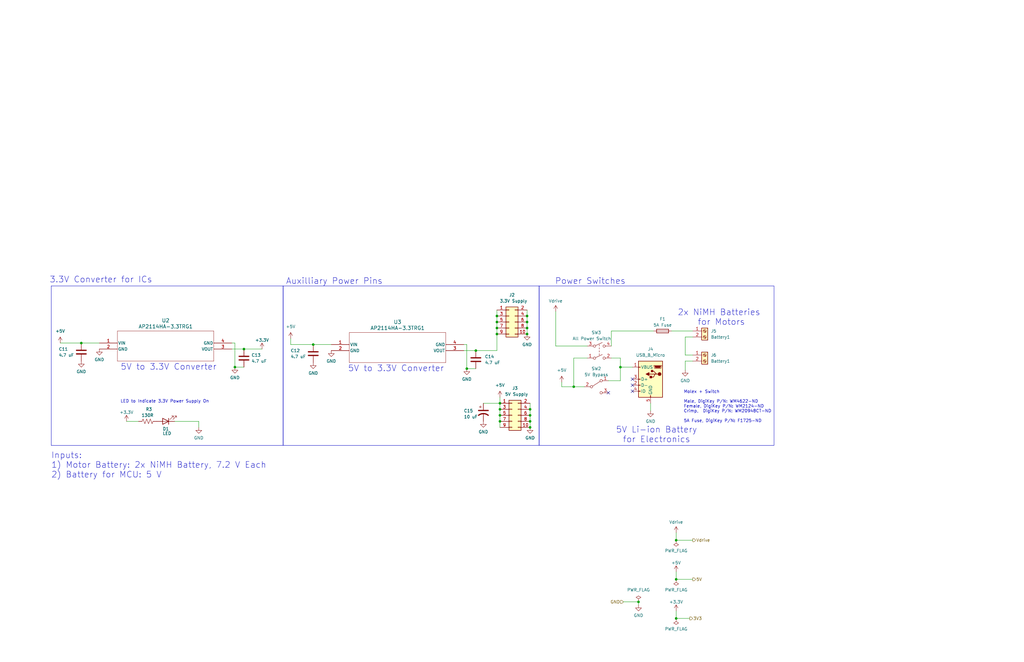
<source format=kicad_sch>
(kicad_sch (version 20250114) (generator "eeschema") (generator_version "9.0")
  (paper "B")
  (title_block (title "MCU Controller") (rev "0.3") (company "satomm@stanford.edu") (comment 1 "Department of Civil and Environmental Engineering") (comment 2 "Engineering Informatics Group") (comment 3 "Stanford University") (comment 4 "Matthew Sato"))
  (lib_symbols
    (symbol "Connector:Screw_Terminal_01x02" (pin_names (offset 1.016) (hide yes))
      (property "Reference" "J" (at 0 2.54 0))
      (property "Value" "Screw_Terminal_01x02" (at 0 -5.08 0))
      (symbol "Screw_Terminal_01x02_1_1"
        (rectangle (start -1.27 1.27) (end 1.27 -3.81) (stroke (width 0.254)) (fill (type background)))
        (polyline (pts (xy -0.5334 0.3302) (xy 0.3302 -0.508)) (stroke (width 0.1524)))
        (polyline (pts (xy -0.5334 -2.2098) (xy 0.3302 -3.048)) (stroke (width 0.1524)))
        (polyline (pts (xy -0.3556 0.508) (xy 0.508 -0.3302)) (stroke (width 0.1524)))
        (polyline (pts (xy -0.3556 -2.032) (xy 0.508 -2.8702)) (stroke (width 0.1524)))
        (circle (center 0 0) (radius 0.635) (stroke (width 0.1524)))
        (circle (center 0 -2.54) (radius 0.635) (stroke (width 0.1524)))
        (pin passive line (at -5.08 0 0) (length 3.81) (name "Pin_1") (number "1"))
        (pin passive line (at -5.08 -2.54 0) (length 3.81) (name "Pin_2") (number "2"))
      )
    )
    (symbol "Connector:USB_B_Micro" (pin_names (offset 1.016))
      (property "Reference" "J13" (at 0 12.7 0))
      (property "Value" "USB_B_Micro" (at 0 10.16 0))
      (symbol "USB_B_Micro_0_1"
        (rectangle (start -5.08 -7.62) (end 5.08 7.62) (stroke (width 0.254)) (fill (type background)))
        (polyline (pts (xy -4.699 5.842) (xy -4.699 5.588) (xy -4.445 4.826) (xy -4.445 4.572) (xy -1.651 4.572) (xy -1.651 4.826) (xy -1.397 5.588) (xy -1.397 5.842) (xy -4.699 5.842)))
        (polyline (pts (xy -4.318 5.588) (xy -1.778 5.588) (xy -2.032 4.826) (xy -4.064 4.826) (xy -4.318 5.588)) (fill (type outline)))
        (circle (center -3.81 2.159) (radius 0.635) (stroke (width 0.254)) (fill (type outline)))
        (polyline (pts (xy -3.175 2.159) (xy -2.54 2.159) (xy -1.27 3.429) (xy -0.635 3.429)) (stroke (width 0.254)))
        (polyline (pts (xy -2.54 2.159) (xy -1.905 2.159) (xy -1.27 0.889) (xy 0 0.889)) (stroke (width 0.254)))
        (polyline (pts (xy -1.905 2.159) (xy 0.635 2.159)) (stroke (width 0.254)))
        (circle (center -0.635 3.429) (radius 0.381) (stroke (width 0.254)) (fill (type outline)))
        (rectangle (start -0.127 -7.62) (end 0.127 -6.858))
        (rectangle (start 0.254 1.27) (end -0.508 0.508) (stroke (width 0.254)) (fill (type outline)))
        (polyline (pts (xy 0.635 2.794) (xy 0.635 1.524) (xy 1.905 2.159) (xy 0.635 2.794)) (stroke (width 0.254)) (fill (type outline)))
        (rectangle (start 5.08 4.953) (end 4.318 5.207))
        (rectangle (start 5.08 -0.127) (end 4.318 0.127))
        (rectangle (start 5.08 -2.667) (end 4.318 -2.413))
        (rectangle (start 5.08 -5.207) (end 4.318 -4.953))
      )
      (symbol "USB_B_Micro_1_1"
        (pin passive line (at 0 -10.16 90) (length 2.54) (name "GND") (number "5"))
        (pin power_out line (at 7.62 5.08 180) (length 2.54) (name "VBUS") (number "1"))
        (pin bidirectional line (at 7.62 0 180) (length 2.54) (name "D+") (number "3"))
        (pin bidirectional line (at 7.62 -2.54 180) (length 2.54) (name "D-") (number "2"))
        (pin passive line (at 7.62 -5.08 180) (length 2.54) (name "ID") (number "4"))
      )
    )
    (symbol "Connector_Generic:Conn_02x05_Odd_Even" (pin_names (offset 1.016) (hide yes))
      (property "Reference" "J" (at 1.27 7.62 0))
      (property "Value" "Conn_02x05_Odd_Even" (at 1.27 -7.62 0))
      (symbol "Conn_02x05_Odd_Even_1_1"
        (rectangle (start -1.27 6.35) (end 3.81 -6.35) (stroke (width 0.254)) (fill (type background)))
        (rectangle (start -1.27 5.207) (end 0 4.953) (stroke (width 0.1524)))
        (rectangle (start -1.27 2.667) (end 0 2.413) (stroke (width 0.1524)))
        (rectangle (start -1.27 0.127) (end 0 -0.127) (stroke (width 0.1524)))
        (rectangle (start -1.27 -2.413) (end 0 -2.667) (stroke (width 0.1524)))
        (rectangle (start -1.27 -4.953) (end 0 -5.207) (stroke (width 0.1524)))
        (rectangle (start 3.81 5.207) (end 2.54 4.953) (stroke (width 0.1524)))
        (rectangle (start 3.81 2.667) (end 2.54 2.413) (stroke (width 0.1524)))
        (rectangle (start 3.81 0.127) (end 2.54 -0.127) (stroke (width 0.1524)))
        (rectangle (start 3.81 -2.413) (end 2.54 -2.667) (stroke (width 0.1524)))
        (rectangle (start 3.81 -4.953) (end 2.54 -5.207) (stroke (width 0.1524)))
        (pin passive line (at -5.08 5.08 0) (length 3.81) (name "Pin_1") (number "1"))
        (pin passive line (at -5.08 2.54 0) (length 3.81) (name "Pin_3") (number "3"))
        (pin passive line (at -5.08 0 0) (length 3.81) (name "Pin_5") (number "5"))
        (pin passive line (at -5.08 -2.54 0) (length 3.81) (name "Pin_7") (number "7"))
        (pin passive line (at -5.08 -5.08 0) (length 3.81) (name "Pin_9") (number "9"))
        (pin passive line (at 7.62 5.08 180) (length 3.81) (name "Pin_2") (number "2"))
        (pin passive line (at 7.62 2.54 180) (length 3.81) (name "Pin_4") (number "4"))
        (pin passive line (at 7.62 0 180) (length 3.81) (name "Pin_6") (number "6"))
        (pin passive line (at 7.62 -2.54 180) (length 3.81) (name "Pin_8") (number "8"))
        (pin passive line (at 7.62 -5.08 180) (length 3.81) (name "Pin_10") (number "10"))
      )
    )
    (symbol "Device:C" (pin_numbers (hide yes)) (pin_names (offset 0.254))
      (property "Reference" "C" (at 0.635 2.54 0))
      (property "Value" "C" (at 0.635 -2.54 0))
      (symbol "C_0_1"
        (polyline (pts (xy -2.032 0.762) (xy 2.032 0.762)) (stroke (width 0.508)))
        (polyline (pts (xy -2.032 -0.762) (xy 2.032 -0.762)) (stroke (width 0.508)))
      )
      (symbol "C_1_1"
        (pin passive line (at 0 3.81 270) (length 2.794) (name "~") (number "1"))
        (pin passive line (at 0 -3.81 90) (length 2.794) (name "~") (number "2"))
      )
    )
    (symbol "Device:C_Polarized_US" (pin_numbers (hide yes)) (pin_names (offset 0.254) (hide yes))
      (property "Reference" "C" (at 0.635 2.54 0))
      (property "Value" "C_Polarized_US" (at 0.635 -2.54 0))
      (symbol "C_Polarized_US_0_1"
        (polyline (pts (xy -2.032 0.762) (xy 2.032 0.762)) (stroke (width 0.508)))
        (polyline (pts (xy -1.778 2.286) (xy -0.762 2.286)))
        (polyline (pts (xy -1.27 1.778) (xy -1.27 2.794)))
        (arc (start -2.032 -1.27) (mid 0 -0.5572) (end 2.032 -1.27) (stroke (width 0.508)))
      )
      (symbol "C_Polarized_US_1_1"
        (pin passive line (at 0 3.81 270) (length 2.794) (name "~") (number "1"))
        (pin passive line (at 0 -3.81 90) (length 3.302) (name "~") (number "2"))
      )
    )
    (symbol "Device:Fuse" (pin_numbers (hide yes)) (pin_names (offset 0))
      (property "Reference" "F" (at 2.032 0 90))
      (property "Value" "Fuse" (at -1.905 0 90))
      (symbol "Fuse_0_1"
        (rectangle (start -0.762 -2.54) (end 0.762 2.54) (stroke (width 0.254)))
        (polyline (pts (xy 0 2.54) (xy 0 -2.54)))
      )
      (symbol "Fuse_1_1"
        (pin passive line (at 0 3.81 270) (length 1.27) (name "~") (number "1"))
        (pin passive line (at 0 -3.81 90) (length 1.27) (name "~") (number "2"))
      )
    )
    (symbol "Device:LED" (pin_numbers (hide yes)) (pin_names (offset 1.016) (hide yes))
      (property "Reference" "D" (at 0 2.54 0))
      (property "Value" "LED" (at 0 -2.54 0))
      (symbol "LED_0_1"
        (polyline (pts (xy -3.048 -0.762) (xy -4.572 -2.286) (xy -3.81 -2.286) (xy -4.572 -2.286) (xy -4.572 -1.524)))
        (polyline (pts (xy -1.778 -0.762) (xy -3.302 -2.286) (xy -2.54 -2.286) (xy -3.302 -2.286) (xy -3.302 -1.524)))
        (polyline (pts (xy -1.27 0) (xy 1.27 0)))
        (polyline (pts (xy -1.27 -1.27) (xy -1.27 1.27)) (stroke (width 0.254)))
        (polyline (pts (xy 1.27 -1.27) (xy 1.27 1.27) (xy -1.27 0) (xy 1.27 -1.27)) (stroke (width 0.254)))
      )
      (symbol "LED_1_1"
        (pin passive line (at -3.81 0 0) (length 2.54) (name "K") (number "1"))
        (pin passive line (at 3.81 0 180) (length 2.54) (name "A") (number "2"))
      )
    )
    (symbol "Device:R_US" (pin_numbers (hide yes)) (pin_names (offset 0))
      (property "Reference" "R" (at 2.54 0 90))
      (property "Value" "R_US" (at -2.54 0 90))
      (symbol "R_US_0_1"
        (polyline (pts (xy 0 2.286) (xy 0 2.54)))
        (polyline (pts (xy 0 2.286) (xy 1.016 1.905) (xy 0 1.524) (xy -1.016 1.143) (xy 0 0.762)))
        (polyline (pts (xy 0 0.762) (xy 1.016 0.381) (xy 0 0) (xy -1.016 -0.381) (xy 0 -0.762)))
        (polyline (pts (xy 0 -0.762) (xy 1.016 -1.143) (xy 0 -1.524) (xy -1.016 -1.905) (xy 0 -2.286)))
        (polyline (pts (xy 0 -2.286) (xy 0 -2.54)))
      )
      (symbol "R_US_1_1"
        (pin passive line (at 0 3.81 270) (length 1.27) (name "~") (number "1"))
        (pin passive line (at 0 -3.81 90) (length 1.27) (name "~") (number "2"))
      )
    )
    (symbol "Matts_Library:AP2114HA-3.3TRG1" (pin_names (offset 0.254))
      (property "Reference" "U" (at 27.94 10.16 0))
      (property "Value" "AP2114HA-3.3TRG1" (at 27.94 7.62 0))
      (symbol "AP2114HA-3.3TRG1_0_1"
        (polyline (pts (xy 7.62 5.08) (xy 7.62 -7.62)) (stroke (width 0.127)))
        (polyline (pts (xy 7.62 -7.62) (xy 48.26 -7.62)) (stroke (width 0.127)))
        (polyline (pts (xy 48.26 5.08) (xy 7.62 5.08)) (stroke (width 0.127)))
        (polyline (pts (xy 48.26 -7.62) (xy 48.26 5.08)) (stroke (width 0.127)))
        (pin power_in line (at 0 -2.54 0) (length 7.62) (name "GND") (number "2"))
      )
      (symbol "AP2114HA-3.3TRG1_1_1"
        (pin passive line (at 0 0 0) (length 7.62) (name "VIN") (number "1"))
        (pin passive line (at 55.88 0 180) (length 7.62) (name "GND") (number "4"))
        (pin passive line (at 55.88 -2.54 180) (length 7.62) (name "VOUT") (number "3"))
      )
    )
    (symbol "Switch:SW_DPST" (pin_names (offset 0) (hide yes))
      (property "Reference" "SW" (at 0 5.08 0))
      (property "Value" "SW_DPST" (at 0 -5.08 0))
      (symbol "SW_DPST_0_0"
        (circle (center -2.032 2.54) (radius 0.508))
        (circle (center -2.032 -2.54) (radius 0.508))
        (polyline (pts (xy -1.524 2.794) (xy 1.27 4.064)))
        (polyline (pts (xy -1.524 -2.286) (xy 1.27 -1.016)))
        (polyline (pts (xy 0 2.54) (xy 0 3.175)))
        (polyline (pts (xy 0 1.27) (xy 0 1.905)))
        (polyline (pts (xy 0 0) (xy 0 0.635)))
        (polyline (pts (xy 0 -1.27) (xy 0 -0.635)))
        (circle (center 2.032 2.54) (radius 0.508))
        (circle (center 2.032 -2.54) (radius 0.508))
      )
      (symbol "SW_DPST_1_1"
        (pin passive line (at -5.08 2.54 0) (length 2.54) (name "3") (number "3"))
        (pin passive line (at -5.08 -2.54 0) (length 2.54) (name "1") (number "1"))
        (pin passive line (at 5.08 2.54 180) (length 2.54) (name "4") (number "4"))
        (pin passive line (at 5.08 -2.54 180) (length 2.54) (name "2") (number "2"))
      )
    )
    (symbol "Switch:SW_SPDT" (pin_names (offset 0) (hide yes))
      (property "Reference" "SW" (at 0 4.318 0))
      (property "Value" "SW_SPDT" (at 0 -5.08 0))
      (symbol "SW_SPDT_0_0"
        (circle (center -2.032 0) (radius 0.508))
        (circle (center 2.032 -2.54) (radius 0.508))
      )
      (symbol "SW_SPDT_0_1"
        (polyline (pts (xy -1.524 0.254) (xy 1.651 2.286)))
        (circle (center 2.032 2.54) (radius 0.508))
      )
      (symbol "SW_SPDT_1_1"
        (pin passive line (at -5.08 0 0) (length 2.54) (name "B") (number "2"))
        (pin passive line (at 5.08 2.54 180) (length 2.54) (name "A") (number "1"))
        (pin passive line (at 5.08 -2.54 180) (length 2.54) (name "C") (number "3"))
      )
    )
    (symbol "power:+3.3V" (power) (pin_names (offset 0))
      (property "Value" "+3.3V" (at 0 3.556 0))
      (symbol "+3.3V_0_1"
        (polyline (pts (xy -0.762 1.27) (xy 0 2.54)))
        (polyline (pts (xy 0 2.54) (xy 0.762 1.27)))
        (polyline (pts (xy 0 0) (xy 0 2.54)))
      )
      (symbol "+3.3V_1_1"
        (pin power_in line (at 0 0 90) (length 0) (hide yes) (name "+3.3V") (number "1"))
      )
    )
    (symbol "power:+5V" (power) (pin_names (offset 0))
      (property "Value" "+5V" (at 0 3.556 0))
      (symbol "+5V_0_1"
        (polyline (pts (xy -0.762 1.27) (xy 0 2.54)))
        (polyline (pts (xy 0 2.54) (xy 0.762 1.27)))
        (polyline (pts (xy 0 0) (xy 0 2.54)))
      )
      (symbol "+5V_1_1"
        (pin power_in line (at 0 0 90) (length 0) (hide yes) (name "+5V") (number "1"))
      )
    )
    (symbol "power:GND" (power) (pin_names (offset 0))
      (property "Value" "GND" (at 0 -3.81 0))
      (symbol "GND_0_1"
        (polyline (pts (xy 0 0) (xy 0 -1.27) (xy 1.27 -1.27) (xy 0 -2.54) (xy -1.27 -1.27) (xy 0 -1.27)))
      )
      (symbol "GND_1_1"
        (pin power_in line (at 0 0 270) (length 0) (hide yes) (name "GND") (number "1"))
      )
    )
    (symbol "power:PWR_FLAG" (power) (pin_numbers (hide yes)) (pin_names (offset 0) (hide yes))
      (property "Value" "PWR_FLAG" (at 0 3.81 0))
      (symbol "PWR_FLAG_0_0"
        (pin power_out line (at 0 0 90) (length 0) (name "pwr") (number "1"))
      )
      (symbol "PWR_FLAG_0_1"
        (polyline (pts (xy 0 0) (xy 0 1.27) (xy -1.016 1.905) (xy 0 2.54) (xy 1.016 1.905) (xy 0 1.27)))
      )
    )
    (symbol "power:Vdrive" (power) (pin_names (offset 0))
      (property "Value" "Vdrive" (at 0 3.81 0))
      (symbol "Vdrive_0_1"
        (polyline (pts (xy -0.762 1.27) (xy 0 2.54)))
        (polyline (pts (xy 0 2.54) (xy 0.762 1.27)))
        (polyline (pts (xy 0 0) (xy 0 2.54)))
      )
      (symbol "Vdrive_1_1"
        (pin power_in line (at 0 0 90) (length 0) (hide yes) (name "Vdrive") (number "1"))
      )
    )
  )
  (rectangle (start 119.38 120.65) (end 227.33 187.96))
  (rectangle (start 21.59 120.65) (end 119.38 187.96))
  (rectangle (start 227.33 120.65) (end 326.39 187.96))
  (text "3.3V Converter for ICs" (at 42.545 118.11 0) (effects (font (size 2.54 2.54))))
  (text "LED to Indicate 3.3V Power Supply On" (at 50.8 170.18 0) (effects (font (size 1.27 1.27)) (justify left bottom)))
  (text "5V Li-ion Battery\nfor Electronics" (at 276.86 183.515 0) (effects (font (size 2.54 2.54))))
  (text "Auxilliary Power Pins" (at 140.97 118.745 0) (effects (font (size 2.54 2.54))))
  (text "5V to 3.3V Converter" (at 167.005 155.575 0) (effects (font (size 2.54 2.54))))
  (text "Inputs:\n1) Motor Battery: 2x NiMH Battery, 7.2 V Each\n2) Battery for MCU: 5 V" (at 21.59 201.93 0) (effects (font (size 2.54 2.54)) (justify left bottom)))
  (text "5V to 3.3V Converter" (at 71.12 154.94 0) (effects (font (size 2.54 2.54))))
  (text "2x NiMH Batteries \nfor Motors" (at 304.165 133.985 0) (effects (font (size 2.54 2.54))))
  (text "Molex + Switch\n\nMale, DigiKey P/N: WM4622-ND\nFemale, DigiKey P/N: WM2124-ND\nCrimp,  DigiKey P/N: WM20948CT-ND\n\n5A Fuse, DigiKey P/N: F1725-ND" (at 288.29 178.435 0) (effects (font (size 1.27 1.27)) (justify left bottom)))
  (text "Power Switches" (at 248.92 118.745 0) (effects (font (size 2.54 2.54))))
  (junction (at 285.115 227.965))
  (junction (at 209.55 135.89))
  (junction (at 222.25 135.89))
  (junction (at 196.85 155.575))
  (junction (at 222.25 133.35))
  (junction (at 261.62 154.94))
  (junction (at 210.82 170.18))
  (junction (at 241.935 163.195))
  (junction (at 222.25 140.97))
  (junction (at 210.82 172.72))
  (junction (at 34.29 144.78))
  (junction (at 223.52 175.26))
  (junction (at 223.52 172.72))
  (junction (at 223.52 177.8))
  (junction (at 223.52 180.34))
  (junction (at 99.06 154.94))
  (junction (at 209.55 138.43))
  (junction (at 210.82 175.26))
  (junction (at 222.25 138.43))
  (junction (at 269.24 254))
  (junction (at 285.115 260.985))
  (junction (at 285.115 244.475))
  (junction (at 210.82 177.8))
  (junction (at 200.66 147.955))
  (junction (at 132.08 145.415))
  (junction (at 102.87 147.32))
  (junction (at 209.55 133.35))
  (junction (at 209.55 140.97))
  (no_connect (at 266.7 160.02))
  (no_connect (at 266.7 162.56))
  (no_connect (at 266.7 165.1))
  (no_connect (at 256.54 165.735))
  (wire (pts (xy 261.62 151.13) (xy 261.62 154.94)))
  (wire (pts (xy 210.82 175.26) (xy 210.82 177.8)))
  (wire (pts (xy 223.52 175.26) (xy 223.52 177.8)))
  (wire (pts (xy 122.555 142.875) (xy 122.555 145.415)))
  (wire (pts (xy 97.79 147.32) (xy 102.87 147.32)))
  (wire (pts (xy 222.25 138.43) (xy 222.25 140.97)))
  (wire (pts (xy 234.315 131.445) (xy 234.315 146.05)))
  (wire (pts (xy 288.925 149.86) (xy 288.925 142.24)))
  (wire (pts (xy 236.855 161.29) (xy 236.855 163.195)))
  (wire (pts (xy 210.82 167.64) (xy 210.82 170.18)))
  (wire (pts (xy 261.62 154.94) (xy 266.7 154.94)))
  (wire (pts (xy 261.62 151.13) (xy 257.81 151.13)))
  (wire (pts (xy 222.25 133.35) (xy 222.25 135.89)))
  (wire (pts (xy 292.1 227.965) (xy 285.115 227.965)))
  (wire (pts (xy 241.935 151.13) (xy 241.935 163.195)))
  (wire (pts (xy 209.55 133.35) (xy 209.55 135.89)))
  (wire (pts (xy 292.1 139.7) (xy 283.21 139.7)))
  (wire (pts (xy 195.58 147.955) (xy 200.66 147.955)))
  (wire (pts (xy 285.115 227.965) (xy 285.115 224.79)))
  (wire (pts (xy 288.925 142.24) (xy 292.1 142.24)))
  (wire (pts (xy 285.115 241.3) (xy 285.115 244.475)))
  (wire (pts (xy 139.7 145.415) (xy 132.08 145.415)))
  (wire (pts (xy 261.62 160.655) (xy 261.62 154.94)))
  (wire (pts (xy 292.1 152.4) (xy 288.925 152.4)))
  (wire (pts (xy 246.38 163.195) (xy 241.935 163.195)))
  (wire (pts (xy 34.29 144.78) (xy 25.4 144.78)))
  (wire (pts (xy 288.925 152.4) (xy 288.925 156.21)))
  (wire (pts (xy 102.87 147.32) (xy 110.49 147.32)))
  (wire (pts (xy 200.66 155.575) (xy 196.85 155.575)))
  (wire (pts (xy 210.82 172.72) (xy 210.82 175.26)))
  (wire (pts (xy 209.55 130.81) (xy 209.55 133.35)))
  (wire (pts (xy 257.81 139.7) (xy 257.81 146.05)))
  (wire (pts (xy 222.25 130.81) (xy 222.25 133.35)))
  (wire (pts (xy 247.65 151.13) (xy 241.935 151.13)))
  (wire (pts (xy 285.115 257.81) (xy 285.115 260.985)))
  (wire (pts (xy 256.54 160.655) (xy 261.62 160.655)))
  (wire (pts (xy 210.82 177.8) (xy 210.82 180.34)))
  (wire (pts (xy 196.85 145.415) (xy 196.85 155.575)))
  (wire (pts (xy 210.82 170.18) (xy 210.82 172.72)))
  (wire (pts (xy 41.91 144.78) (xy 34.29 144.78)))
  (wire (pts (xy 269.24 254) (xy 269.24 255.27)))
  (wire (pts (xy 241.935 163.195) (xy 236.855 163.195)))
  (wire (pts (xy 203.835 170.18) (xy 210.82 170.18)))
  (wire (pts (xy 209.55 138.43) (xy 209.55 140.97)))
  (wire (pts (xy 222.25 135.89) (xy 222.25 138.43)))
  (wire (pts (xy 275.59 139.7) (xy 257.81 139.7)))
  (wire (pts (xy 262.89 254) (xy 269.24 254)))
  (wire (pts (xy 97.79 144.78) (xy 99.06 144.78)))
  (wire (pts (xy 247.65 146.05) (xy 234.315 146.05)))
  (wire (pts (xy 274.32 170.18) (xy 274.32 173.355)))
  (wire (pts (xy 223.52 170.18) (xy 223.52 172.72)))
  (wire (pts (xy 209.55 135.89) (xy 209.55 138.43)))
  (wire (pts (xy 83.82 177.8) (xy 83.82 180.34)))
  (wire (pts (xy 58.42 177.8) (xy 53.34 177.8)))
  (wire (pts (xy 223.52 177.8) (xy 223.52 180.34)))
  (wire (pts (xy 209.55 147.955) (xy 209.55 140.97)))
  (wire (pts (xy 292.1 149.86) (xy 288.925 149.86)))
  (wire (pts (xy 99.06 144.78) (xy 99.06 154.94)))
  (wire (pts (xy 285.115 260.985) (xy 290.83 260.985)))
  (wire (pts (xy 132.08 145.415) (xy 122.555 145.415)))
  (wire (pts (xy 223.52 172.72) (xy 223.52 175.26)))
  (wire (pts (xy 285.115 244.475) (xy 292.1 244.475)))
  (wire (pts (xy 195.58 145.415) (xy 196.85 145.415)))
  (wire (pts (xy 200.66 147.955) (xy 209.55 147.955)))
  (wire (pts (xy 102.87 154.94) (xy 99.06 154.94)))
  (wire (pts (xy 73.66 177.8) (xy 83.82 177.8)))
  (hierarchical_label "Vdrive" (shape output) (at 292.1 227.965 0))
  (hierarchical_label "GND" (shape input) (at 262.89 254 180))
  (hierarchical_label "3V3" (shape output) (at 290.83 260.985 0))
  (hierarchical_label "5V" (shape output) (at 292.1 244.475 0))
  (symbol (lib_id "Connector:USB_B_Micro") (at 274.32 160.02 0) (mirror y) (unit 1)
    (property "Reference" "J4" (at 274.32 147.32 0))
    (property "Value" "USB_B_Micro" (at 274.32 149.86 0))
    (property "Footprint" "RobotLibrary:AMPHENOL_10118193-0001LF" (effects (hide yes)))
    (property "Datasheet" "https://www.amphenol-cs.com/media/wysiwyg/files/drawing/10118194.pdf" (effects (hide yes)))
    (property "Description" "CONN RCPT USB2.0 MICRO B SMD R/A" (effects (hide yes)))
    (property "Mfr" "Amphenol ICC (FCI)" (effects (hide yes)))
    (property "Mfr P/N" "10118193-0001LF" (effects (hide yes)))
    (property "Supplier 1" "DigiKey" (effects (hide yes)))
    (property "Supplier 1 P/N" "609-4616-1-ND" (effects (hide yes)))
  )
  (symbol (lib_id "power:Vdrive") (at 285.115 224.79 0) (unit 1)
    (property "Reference" "#PWR0206" (effects (hide yes)))
    (property "Value" "Vdrive" (at 285.115 220.345 0))
  )
  (symbol (lib_id "Device:C") (at 200.66 151.765 0) (unit 1)
    (property "Reference" "C14" (at 204.47 150.4949 0) (effects (justify left)))
    (property "Value" "4.7 uF" (at 204.47 153.0349 0) (effects (justify left)))
    (property "Footprint" "Capacitor_SMD:C_0805_2012Metric_Pad1.18x1.45mm_HandSolder" (effects (hide yes)))
    (property "Datasheet" "https://mm.digikey.com/Volume0/opasdata/d220001/medias/docus/41/CL21A475KAQNNNE_Spec.pdf" (effects (hide yes)))
    (property "Description" "CAP CER 4.7UF 25V X5R 0805" (effects (hide yes)))
    (property "Mfr" "Samsung Electro-Mechanics" (effects (hide yes)))
    (property "Mfr P/N" "CL21A475KAQNNNE" (effects (hide yes)))
    (property "Supplier 1" "DigiKey" (effects (hide yes)))
    (property "Supplier 1 P/N" "1276-1244-1-ND" (effects (hide yes)))
  )
  (symbol (lib_id "power:GND") (at 222.25 140.97 0) (unit 1)
    (property "Reference" "#PWR0200" (effects (hide yes)))
    (property "Value" "GND" (at 222.25 145.415 0))
  )
  (symbol (lib_id "power:GND") (at 203.835 177.8 0) (unit 1)
    (property "Reference" "#PWR0198" (effects (hide yes)))
    (property "Value" "GND" (at 203.835 182.245 0))
  )
  (symbol (lib_id "power:+5V") (at 210.82 167.64 0) (unit 1)
    (property "Reference" "#PWR0199" (effects (hide yes)))
    (property "Value" "+5V" (at 210.82 162.56 0))
  )
  (symbol (lib_id "power:+3.3V") (at 53.34 177.8 0) (unit 1)
    (property "Reference" "#PWR0205" (effects (hide yes)))
    (property "Value" "+3.3V" (at 53.34 173.99 0))
  )
  (symbol (lib_id "power:+5V") (at 122.555 142.875 0) (unit 1)
    (property "Reference" "#PWR0192" (effects (hide yes)))
    (property "Value" "+5V" (at 122.555 137.795 0))
  )
  (symbol (lib_id "power:GND") (at 269.24 255.27 0) (unit 1)
    (property "Reference" "#PWR0204" (effects (hide yes)))
    (property "Value" "GND" (at 269.24 259.715 0))
  )
  (symbol (lib_id "Connector:Screw_Terminal_01x02") (at 297.18 139.7 0) (unit 1)
    (property "Reference" "J5" (at 299.72 139.6999 0) (effects (justify left)))
    (property "Value" "Battery1" (at 299.72 142.2399 0) (effects (justify left)))
    (property "Footprint" "RobotLibrary:CONN_1017514" (effects (hide yes)))
    (property "Datasheet" "https://mm.digikey.com/Volume0/opasdata/d220001/medias/docus/787/1017514_Ds.pdf" (effects (hide yes)))
    (property "Description" "TERM BLK 2P SIDE ENT 6.35MM PCB" (effects (hide yes)))
    (property "Mfr" "Phoenix Contact" (effects (hide yes)))
    (property "Mfr P/N" "1017514" (effects (hide yes)))
    (property "Supplier 1" "DigiKey" (effects (hide yes)))
    (property "Supplier 1 P/N" "277-17504-ND" (effects (hide yes)))
  )
  (symbol (lib_id "Device:C") (at 132.08 149.225 0) (unit 1)
    (property "Reference" "C12" (at 122.555 147.955 0) (effects (justify left)))
    (property "Value" "4.7 uF" (at 122.555 150.495 0) (effects (justify left)))
    (property "Footprint" "Capacitor_SMD:C_0805_2012Metric_Pad1.18x1.45mm_HandSolder" (effects (hide yes)))
    (property "Datasheet" "https://mm.digikey.com/Volume0/opasdata/d220001/medias/docus/41/CL21A475KAQNNNE_Spec.pdf" (effects (hide yes)))
    (property "Description" "CAP CER 4.7UF 25V X5R 0805" (effects (hide yes)))
    (property "Mfr" "Samsung Electro-Mechanics" (effects (hide yes)))
    (property "Mfr P/N" "CL21A475KAQNNNE" (effects (hide yes)))
    (property "Supplier 1" "DigiKey" (effects (hide yes)))
    (property "Supplier 1 P/N" "1276-1244-1-ND" (effects (hide yes)))
  )
  (symbol (lib_id "power:PWR_FLAG") (at 285.115 260.985 180) (unit 1)
    (property "Reference" "#FLG09" (effects (hide yes)))
    (property "Value" "PWR_FLAG" (at 285.115 265.43 0))
  )
  (symbol (lib_id "power:+5V") (at 25.4 144.78 0) (unit 1)
    (property "Reference" "#PWR0189" (effects (hide yes)))
    (property "Value" "+5V" (at 25.4 139.7 0))
  )
  (symbol (lib_id "power:GND") (at 223.52 180.34 0) (unit 1)
    (property "Reference" "#PWR0201" (effects (hide yes)))
    (property "Value" "GND" (at 223.52 184.785 0))
  )
  (symbol (lib_id "Device:Fuse") (at 279.4 139.7 90) (unit 1)
    (property "Reference" "F1" (at 279.4 134.62 90))
    (property "Value" "5A Fuse" (at 279.4 137.16 90))
    (property "Footprint" "RobotLibrary:FUSE_4628" (effects (hide yes)))
    (property "Datasheet" "https://www.keyelco.com/userAssets/file/M65p44.pdf" (effects (hide yes)))
    (property "Description" "FUSE HLDR CARTRIDGE 250V 5A PCB for 5mm x 20 mm fuses" (effects (hide yes)))
    (property "Mfr" "Keystone Electronics" (effects (hide yes)))
    (property "Mfr P/N" "4628" (effects (hide yes)))
    (property "Supplier 1" "DigiKey" (effects (hide yes)))
    (property "Supplier 1 P/N" "36-4628-ND" (effects (hide yes)))
  )
  (symbol (lib_id "Device:C") (at 34.29 148.59 0) (unit 1)
    (property "Reference" "C11" (at 24.765 147.32 0) (effects (justify left)))
    (property "Value" "4.7 uF" (at 24.765 149.86 0) (effects (justify left)))
    (property "Footprint" "Capacitor_SMD:C_0805_2012Metric_Pad1.18x1.45mm_HandSolder" (effects (hide yes)))
    (property "Datasheet" "https://mm.digikey.com/Volume0/opasdata/d220001/medias/docus/41/CL21A475KAQNNNE_Spec.pdf" (effects (hide yes)))
    (property "Description" "CAP CER 4.7UF 25V X5R 0805" (effects (hide yes)))
    (property "Mfr" "Samsung Electro-Mechanics" (effects (hide yes)))
    (property "Mfr P/N" "CL21A475KAQNNNE" (effects (hide yes)))
    (property "Supplier 1" "DigiKey" (effects (hide yes)))
    (property "Supplier 1 P/N" "1276-1244-1-ND" (effects (hide yes)))
  )
  (symbol (lib_id "Connector_Generic:Conn_02x05_Odd_Even") (at 215.9 175.26 0) (unit 1)
    (property "Reference" "J3" (at 217.17 163.83 0))
    (property "Value" "5V Supply" (at 217.805 166.37 0))
    (property "Footprint" "Connector_PinHeader_2.54mm:PinHeader_2x05_P2.54mm_Vertical" (effects (hide yes)))
    (property "Datasheet" "https://app.adam-tech.com/products/download/data_sheet/202065/ph2-xx-ua-data-sheet.pdf" (effects (hide yes)))
    (property "Description" "CONN HEADER VERT 10POS 2.54MM" (effects (hide yes)))
    (property "Mfr" "Adam Tech" (effects (hide yes)))
    (property "Mfr P/N" "PH2-10-UA" (effects (hide yes)))
    (property "Supplier 1" "DigiKey" (effects (hide yes)))
    (property "Supplier 1 P/N" "2057-PH2-10-UA-ND" (effects (hide yes)))
  )
  (symbol (lib_id "power:GND") (at 132.08 153.035 0) (unit 1)
    (property "Reference" "#PWR0193" (effects (hide yes)))
    (property "Value" "GND" (at 132.08 157.48 0))
  )
  (symbol (lib_id "Device:LED") (at 69.85 177.8 180) (unit 1)
    (property "Reference" "D1" (at 68.58 180.975 0) (effects (justify right)))
    (property "Value" "LED" (at 68.58 182.88 0) (effects (justify right)))
    (property "Footprint" "LED_SMD:LED_0805_2012Metric_Pad1.15x1.40mm_HandSolder" (effects (hide yes)))
    (property "Datasheet" "https://mm.digikey.com/Volume0/opasdata/d220001/medias/docus/3739/B1701URO-20D000114U1930.pdf" (effects (hide yes)))
    (property "Description" "LED RED DIFFUSED 0805 SMD" (effects (hide yes)))
    (property "Mfr" "Harvatek Corporation" (effects (hide yes)))
    (property "Mfr P/N" "B1701URO-20D000114U1930" (effects (hide yes)))
    (property "Supplier 1" "DigiKey" (effects (hide yes)))
    (property "Supplier 1 P/N" "3147-B1701URO-20D000114U1930CT-ND" (effects (hide yes)))
  )
  (symbol (lib_id "Switch:SW_SPDT") (at 251.46 163.195 0) (unit 1)
    (property "Reference" "SW2" (at 251.46 155.575 0))
    (property "Value" "5V Bypass" (at 251.46 158.115 0))
    (property "Footprint" "RobotLibrary:SPDT_OS102011_CNK" (effects (hide yes)))
    (property "Datasheet" "https://www.ckswitches.com/media/1428/os.pdf" (effects (hide yes)))
    (property "Description" "SWITCH SLIDE SPDT 100MA 12V" (effects (hide yes)))
    (property "Mfr" "C&K" (effects (hide yes)))
    (property "Mfr P/N" "OS102011MS2QN1" (effects (hide yes)))
    (property "Supplier 1" "DigiKey" (effects (hide yes)))
    (property "Supplier 1 P/N" "CKN9565-ND" (effects (hide yes)))
  )
  (symbol (lib_id "power:+3.3V") (at 285.115 257.81 0) (unit 1)
    (property "Reference" "#PWR0208" (effects (hide yes)))
    (property "Value" "+3.3V" (at 285.115 254 0))
  )
  (symbol (lib_id "Matts_Library:AP2114HA-3.3TRG1") (at 41.91 144.78 0) (unit 1)
    (property "Reference" "U2" (at 69.85 135.255 0) (effects (font (size 1.524 1.524))))
    (property "Value" "AP2114HA-3.3TRG1" (at 69.85 137.795 0) (effects (font (size 1.524 1.524))))
    (property "Footprint" "RobotLibrary:SOT-223_DIO-M" (effects (hide yes)))
    (property "Datasheet" "AP2114HA-3.3TRG1" (effects (hide yes)))
    (property "Description" "IC REG LINEAR 3.3V 1A SOT223" (effects (hide yes)))
    (property "Mfr" "Diodes Incorporated" (effects (hide yes)))
    (property "Mfr P/N" "AP2114HA-3.3TRG1" (effects (hide yes)))
    (property "Supplier 1" "DigiKey" (effects (hide yes)))
    (property "Supplier 1 P/N" "AP2114HA-3.3TRG1DICT-ND" (effects (hide yes)))
  )
  (symbol (lib_id "Device:C") (at 102.87 151.13 0) (unit 1)
    (property "Reference" "C13" (at 106.045 149.8599 0) (effects (justify left)))
    (property "Value" "4.7 uF" (at 106.045 152.3999 0) (effects (justify left)))
    (property "Footprint" "Capacitor_SMD:C_0805_2012Metric_Pad1.18x1.45mm_HandSolder" (effects (hide yes)))
    (property "Datasheet" "https://mm.digikey.com/Volume0/opasdata/d220001/medias/docus/41/CL21A475KAQNNNE_Spec.pdf" (effects (hide yes)))
    (property "Description" "CAP CER 4.7UF 25V X5R 0805" (effects (hide yes)))
    (property "Mfr" "Samsung Electro-Mechanics" (effects (hide yes)))
    (property "Mfr P/N" "CL21A475KAQNNNE" (effects (hide yes)))
    (property "Supplier 1" "DigiKey" (effects (hide yes)))
    (property "Supplier 1 P/N" "1276-1244-1-ND" (effects (hide yes)))
  )
  (symbol (lib_id "power:GND") (at 83.82 180.34 0) (unit 1)
    (property "Reference" "#PWR0210" (effects (hide yes)))
    (property "Value" "GND" (at 83.82 184.785 0))
  )
  (symbol (lib_id "power:GND") (at 196.85 155.575 0) (unit 1)
    (property "Reference" "#PWR0197" (effects (hide yes)))
    (property "Value" "GND" (at 196.85 160.02 0))
  )
  (symbol (lib_id "power:PWR_FLAG") (at 285.115 227.965 180) (unit 1)
    (property "Reference" "#FLG07" (effects (hide yes)))
    (property "Value" "PWR_FLAG" (at 285.115 232.41 0))
  )
  (symbol (lib_id "Connector:Screw_Terminal_01x02") (at 297.18 149.86 0) (unit 1)
    (property "Reference" "J6" (at 299.72 149.8599 0) (effects (justify left)))
    (property "Value" "Battery1" (at 299.72 152.3999 0) (effects (justify left)))
    (property "Footprint" "RobotLibrary:CONN_1017514" (effects (hide yes)))
    (property "Datasheet" "https://mm.digikey.com/Volume0/opasdata/d220001/medias/docus/787/1017514_Ds.pdf" (effects (hide yes)))
    (property "Description" "TERM BLK 2P SIDE ENT 6.35MM PCB" (effects (hide yes)))
    (property "Mfr" "Phoenix Contact" (effects (hide yes)))
    (property "Mfr P/N" "1017514" (effects (hide yes)))
    (property "Supplier 1" "DigiKey" (effects (hide yes)))
    (property "Supplier 1 P/N" "277-17504-ND" (effects (hide yes)))
  )
  (symbol (lib_id "Switch:SW_DPST") (at 252.73 148.59 0) (unit 1)
    (property "Reference" "SW3" (at 251.46 140.335 0))
    (property "Value" "All Power Switch" (at 249.555 142.875 0))
    (property "Footprint" "RobotLibrary:26-60-4040_MOL" (effects (hide yes)))
    (property "Datasheet" "https://sten-eswitch-13110800-production.s3.amazonaws.com/system/asset/product_line/data_sheet/84/RA8.pdf" (effects (hide yes)))
    (property "Description" "SWITCH ROCKER DPST 16A 125V" (effects (hide yes)))
    (property "Mfr" "E-Switch" (effects (hide yes)))
    (property "Mfr P/N" "RA83231100" (effects (hide yes)))
    (property "Supplier 1" "DigiKey" (effects (hide yes)))
    (property "Supplier 1 P/N" "EG5682-ND" (effects (hide yes)))
    (property "Supplier 2" "DigiKey" (effects (hide yes)))
    (property "Supplier 2 P/N" "WM4622-ND" (effects (hide yes)))
  )
  (symbol (lib_id "power:GND") (at 41.91 147.32 0) (unit 1)
    (property "Reference" "#PWR046" (effects (hide yes)))
    (property "Value" "GND" (at 41.91 151.765 0))
  )
  (symbol (lib_id "Matts_Library:AP2114HA-3.3TRG1") (at 139.7 145.415 0) (unit 1)
    (property "Reference" "U3" (at 167.64 135.89 0) (effects (font (size 1.524 1.524))))
    (property "Value" "AP2114HA-3.3TRG1" (at 167.64 138.43 0) (effects (font (size 1.524 1.524))))
    (property "Footprint" "RobotLibrary:SOT-223_DIO-M" (effects (hide yes)))
    (property "Datasheet" "AP2114HA-3.3TRG1" (effects (hide yes)))
    (property "Description" "IC REG LINEAR 3.3V 1A SOT223" (effects (hide yes)))
    (property "Mfr" "Diodes Incorporated" (effects (hide yes)))
    (property "Mfr P/N" "AP2114HA-3.3TRG1" (effects (hide yes)))
    (property "Supplier 1" "DigiKey" (effects (hide yes)))
    (property "Supplier 1 P/N" "AP2114HA-3.3TRG1DICT-ND" (effects (hide yes)))
  )
  (symbol (lib_id "Device:R_US") (at 62.23 177.8 90) (unit 1)
    (property "Reference" "R3" (at 64.135 172.72 90) (effects (justify left)))
    (property "Value" "130R" (at 64.77 175.26 90) (effects (justify left)))
    (property "Footprint" "Resistor_SMD:R_0805_2012Metric_Pad1.20x1.40mm_HandSolder" (effects (hide yes)))
    (property "Datasheet" "https://www.seielect.com/catalog/sei-rmcf_rmcp.pdf" (effects (hide yes)))
    (property "Description" "RES 130 OHM 1% 1/8W 0805" (effects (hide yes)))
    (property "Mfr" "Stackpole Electronics Inc" (effects (hide yes)))
    (property "Mfr P/N" "RMCF0805FT130R" (effects (hide yes)))
    (property "Supplier 1" "DigiKey" (effects (hide yes)))
    (property "Supplier 1 P/N" "RMCF0805FT130RCT-ND" (effects (hide yes)))
  )
  (symbol (lib_id "power:+5V") (at 285.115 241.3 0) (unit 1)
    (property "Reference" "#PWR0207" (effects (hide yes)))
    (property "Value" "+5V" (at 285.115 237.49 0))
  )
  (symbol (lib_id "power:+3.3V") (at 110.49 147.32 0) (unit 1)
    (property "Reference" "#PWR0196" (effects (hide yes)))
    (property "Value" "+3.3V" (at 110.49 143.51 0))
  )
  (symbol (lib_id "Connector_Generic:Conn_02x05_Odd_Even") (at 214.63 135.89 0) (unit 1)
    (property "Reference" "J2" (at 215.9 124.46 0))
    (property "Value" "3.3V Supply" (at 216.535 127 0))
    (property "Footprint" "Connector_PinHeader_2.54mm:PinHeader_2x05_P2.54mm_Vertical" (effects (hide yes)))
    (property "Datasheet" "https://app.adam-tech.com/products/download/data_sheet/202065/ph2-xx-ua-data-sheet.pdf" (effects (hide yes)))
    (property "Description" "CONN HEADER VERT 10POS 2.54MM" (effects (hide yes)))
    (property "Mfr" "Adam Tech" (effects (hide yes)))
    (property "Mfr P/N" "PH2-10-UA" (effects (hide yes)))
    (property "Supplier 1" "DigiKey" (effects (hide yes)))
    (property "Supplier 1 P/N" "2057-PH2-10-UA-ND" (effects (hide yes)))
  )
  (symbol (lib_id "power:PWR_FLAG") (at 285.115 244.475 180) (unit 1)
    (property "Reference" "#FLG08" (effects (hide yes)))
    (property "Value" "PWR_FLAG" (at 285.115 248.92 0))
  )
  (symbol (lib_id "power:GND") (at 288.925 156.21 0) (unit 1)
    (property "Reference" "#PWR0211" (effects (hide yes)))
    (property "Value" "GND" (at 288.925 160.655 0))
  )
  (symbol (lib_id "power:GND") (at 274.32 173.355 0) (unit 1)
    (property "Reference" "#PWR0209" (effects (hide yes)))
    (property "Value" "GND" (at 274.32 177.8 0))
  )
  (symbol (lib_id "power:GND") (at 99.06 154.94 0) (unit 1)
    (property "Reference" "#PWR0195" (effects (hide yes)))
    (property "Value" "GND" (at 99.06 159.385 0))
  )
  (symbol (lib_id "power:GND") (at 139.7 147.955 0) (unit 1)
    (property "Reference" "#PWR0194" (effects (hide yes)))
    (property "Value" "GND" (at 139.7 152.4 0))
  )
  (symbol (lib_id "power:Vdrive") (at 234.315 131.445 0) (unit 1)
    (property "Reference" "#PWR0202" (effects (hide yes)))
    (property "Value" "Vdrive" (at 234.315 127 0))
  )
  (symbol (lib_id "power:GND") (at 34.29 152.4 0) (unit 1)
    (property "Reference" "#PWR0190" (effects (hide yes)))
    (property "Value" "GND" (at 34.29 156.845 0))
  )
  (symbol (lib_id "power:PWR_FLAG") (at 269.24 254 0) (unit 1)
    (property "Reference" "#FLG01" (effects (hide yes)))
    (property "Value" "PWR_FLAG" (at 269.24 248.92 0))
    (property "Description" "Special symbol for telling ERC where power comes from" (effects (hide yes)))
  )
  (symbol (lib_id "power:+5V") (at 236.855 161.29 0) (unit 1)
    (property "Reference" "#PWR0203" (effects (hide yes)))
    (property "Value" "+5V" (at 236.855 156.21 0))
  )
  (symbol (lib_id "Device:C_Polarized_US") (at 203.835 173.99 0) (unit 1)
    (property "Reference" "C15" (at 195.58 173.355 0) (effects (justify left)))
    (property "Value" "10 uF" (at 195.58 175.895 0) (effects (justify left)))
    (property "Footprint" "Capacitor_THT:CP_Radial_Tantal_D5.0mm_P2.50mm" (effects (hide yes)))
    (property "Datasheet" "https://datasheets.kyocera-avx.com/tap.pdf" (effects (hide yes)))
    (property "Description" "CAP TANT 10UF 10% 16V RADIAL" (effects (hide yes)))
    (property "Mfr" "KYOCERA AVX" (effects (hide yes)))
    (property "Mfr P/N" "TAP106K016CRW" (effects (hide yes)))
    (property "Supplier 1" "DigiKey" (effects (hide yes)))
    (property "Supplier 1 P/N" "478-7366-1-ND" (effects (hide yes)))
  )
)
</source>
